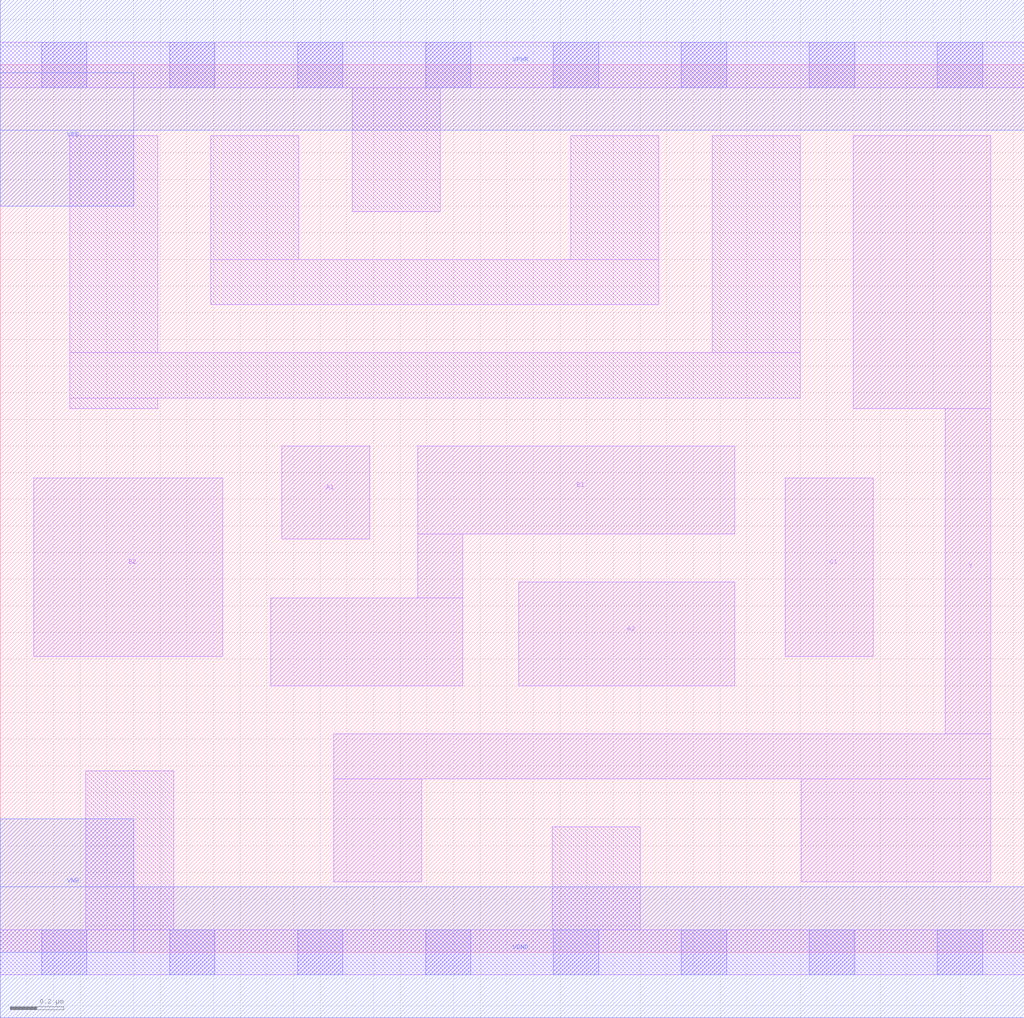
<source format=lef>
# Copyright 2020 The SkyWater PDK Authors
#
# Licensed under the Apache License, Version 2.0 (the "License");
# you may not use this file except in compliance with the License.
# You may obtain a copy of the License at
#
#     https://www.apache.org/licenses/LICENSE-2.0
#
# Unless required by applicable law or agreed to in writing, software
# distributed under the License is distributed on an "AS IS" BASIS,
# WITHOUT WARRANTIES OR CONDITIONS OF ANY KIND, either express or implied.
# See the License for the specific language governing permissions and
# limitations under the License.
#
# SPDX-License-Identifier: Apache-2.0

VERSION 5.5 ;
NAMESCASESENSITIVE ON ;
BUSBITCHARS "[]" ;
DIVIDERCHAR "/" ;
MACRO sky130_fd_sc_lp__a221oi_lp
  CLASS CORE ;
  SOURCE USER ;
  ORIGIN  0.000000  0.000000 ;
  SIZE  3.840000 BY  3.330000 ;
  SYMMETRY X Y R90 ;
  SITE unit ;
  PIN A1
    ANTENNAGATEAREA  0.313000 ;
    DIRECTION INPUT ;
    USE SIGNAL ;
    PORT
      LAYER li1 ;
        RECT 1.055000 1.550000 1.385000 1.900000 ;
    END
  END A1
  PIN A2
    ANTENNAGATEAREA  0.313000 ;
    DIRECTION INPUT ;
    USE SIGNAL ;
    PORT
      LAYER li1 ;
        RECT 1.945000 1.000000 2.755000 1.390000 ;
    END
  END A2
  PIN B1
    ANTENNAGATEAREA  0.313000 ;
    DIRECTION INPUT ;
    USE SIGNAL ;
    PORT
      LAYER li1 ;
        RECT 1.015000 1.000000 1.735000 1.330000 ;
        RECT 1.565000 1.330000 1.735000 1.570000 ;
        RECT 1.565000 1.570000 2.755000 1.900000 ;
    END
  END B1
  PIN B2
    ANTENNAGATEAREA  0.313000 ;
    DIRECTION INPUT ;
    USE SIGNAL ;
    PORT
      LAYER li1 ;
        RECT 0.125000 1.110000 0.835000 1.780000 ;
    END
  END B2
  PIN C1
    ANTENNAGATEAREA  0.376000 ;
    DIRECTION INPUT ;
    USE SIGNAL ;
    PORT
      LAYER li1 ;
        RECT 2.945000 1.110000 3.275000 1.780000 ;
    END
  END C1
  PIN Y
    ANTENNADIFFAREA  0.568500 ;
    DIRECTION OUTPUT ;
    USE SIGNAL ;
    PORT
      LAYER li1 ;
        RECT 1.250000 0.265000 1.580000 0.650000 ;
        RECT 1.250000 0.650000 3.715000 0.820000 ;
        RECT 3.005000 0.265000 3.715000 0.650000 ;
        RECT 3.200000 2.040000 3.715000 3.065000 ;
        RECT 3.545000 0.820000 3.715000 2.040000 ;
    END
  END Y
  PIN VGND
    DIRECTION INOUT ;
    USE GROUND ;
    PORT
      LAYER met1 ;
        RECT 0.000000 -0.245000 3.840000 0.245000 ;
    END
  END VGND
  PIN VNB
    DIRECTION INOUT ;
    USE GROUND ;
    PORT
      LAYER met1 ;
        RECT 0.000000 0.000000 0.500000 0.500000 ;
    END
  END VNB
  PIN VPB
    DIRECTION INOUT ;
    USE POWER ;
    PORT
      LAYER met1 ;
        RECT 0.000000 2.800000 0.500000 3.300000 ;
    END
  END VPB
  PIN VPWR
    DIRECTION INOUT ;
    USE POWER ;
    PORT
      LAYER met1 ;
        RECT 0.000000 3.085000 3.840000 3.575000 ;
    END
  END VPWR
  OBS
    LAYER li1 ;
      RECT 0.000000 -0.085000 3.840000 0.085000 ;
      RECT 0.000000  3.245000 3.840000 3.415000 ;
      RECT 0.260000  2.040000 0.590000 2.080000 ;
      RECT 0.260000  2.080000 3.000000 2.250000 ;
      RECT 0.260000  2.250000 0.590000 3.065000 ;
      RECT 0.320000  0.085000 0.650000 0.680000 ;
      RECT 0.790000  2.430000 2.470000 2.600000 ;
      RECT 0.790000  2.600000 1.120000 3.065000 ;
      RECT 1.320000  2.780000 1.650000 3.245000 ;
      RECT 2.070000  0.085000 2.400000 0.470000 ;
      RECT 2.140000  2.600000 2.470000 3.065000 ;
      RECT 2.670000  2.250000 3.000000 3.065000 ;
    LAYER mcon ;
      RECT 0.155000 -0.085000 0.325000 0.085000 ;
      RECT 0.155000  3.245000 0.325000 3.415000 ;
      RECT 0.635000 -0.085000 0.805000 0.085000 ;
      RECT 0.635000  3.245000 0.805000 3.415000 ;
      RECT 1.115000 -0.085000 1.285000 0.085000 ;
      RECT 1.115000  3.245000 1.285000 3.415000 ;
      RECT 1.595000 -0.085000 1.765000 0.085000 ;
      RECT 1.595000  3.245000 1.765000 3.415000 ;
      RECT 2.075000 -0.085000 2.245000 0.085000 ;
      RECT 2.075000  3.245000 2.245000 3.415000 ;
      RECT 2.555000 -0.085000 2.725000 0.085000 ;
      RECT 2.555000  3.245000 2.725000 3.415000 ;
      RECT 3.035000 -0.085000 3.205000 0.085000 ;
      RECT 3.035000  3.245000 3.205000 3.415000 ;
      RECT 3.515000 -0.085000 3.685000 0.085000 ;
      RECT 3.515000  3.245000 3.685000 3.415000 ;
  END
END sky130_fd_sc_lp__a221oi_lp

</source>
